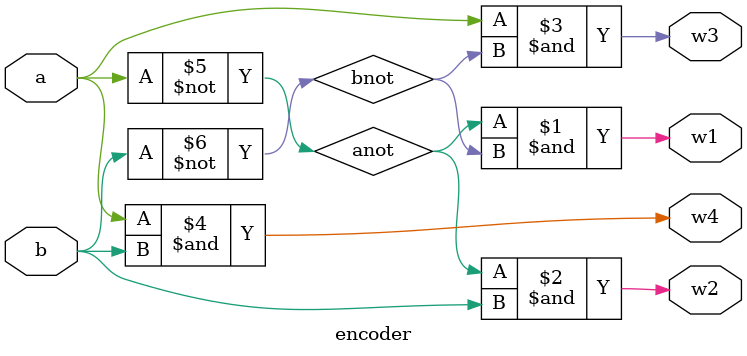
<source format=v>
`timescale 1ns / 1ps
module encoder(w1,w2,w3,w4,a,b
    );
	 input a,b;
	 output w1,w2,w3,w4;
	 wire anot,bnot;
	 not(anot,a);
	 not(bnot,b);
	 and(w1,anot,bnot);
	 and(w2,anot,b);
	 and(w3,a,bnot);
	 and(w4,a,b);


endmodule

</source>
